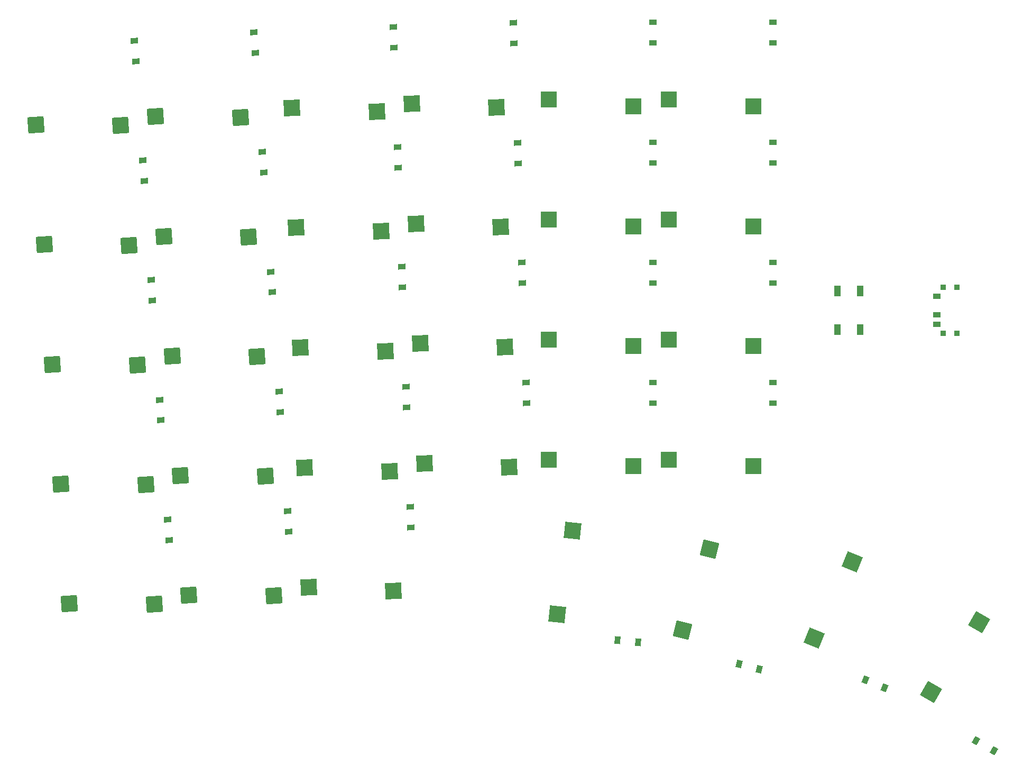
<source format=gbr>
%TF.GenerationSoftware,KiCad,Pcbnew,8.0.2*%
%TF.CreationDate,2024-06-23T16:01:54-05:00*%
%TF.ProjectId,janus,6a616e75-732e-46b6-9963-61645f706362,v1.0.0*%
%TF.SameCoordinates,Original*%
%TF.FileFunction,Paste,Bot*%
%TF.FilePolarity,Positive*%
%FSLAX46Y46*%
G04 Gerber Fmt 4.6, Leading zero omitted, Abs format (unit mm)*
G04 Created by KiCad (PCBNEW 8.0.2) date 2024-06-23 16:01:54*
%MOMM*%
%LPD*%
G01*
G04 APERTURE LIST*
G04 Aperture macros list*
%AMRotRect*
0 Rectangle, with rotation*
0 The origin of the aperture is its center*
0 $1 length*
0 $2 width*
0 $3 Rotation angle, in degrees counterclockwise*
0 Add horizontal line*
21,1,$1,$2,0,0,$3*%
G04 Aperture macros list end*
%ADD10R,1.250000X0.900000*%
%ADD11R,0.900000X0.900000*%
%ADD12R,1.100000X1.800000*%
%ADD13R,1.200000X0.900000*%
%ADD14RotRect,0.900000X1.200000X274.000000*%
%ADD15RotRect,0.900000X1.200000X158.000000*%
%ADD16RotRect,2.600000X2.600000X256.000000*%
%ADD17R,2.600000X2.600000*%
%ADD18RotRect,2.600000X2.600000X2.000000*%
%ADD19RotRect,2.600000X2.600000X4.000000*%
%ADD20RotRect,0.900000X1.200000X272.000000*%
%ADD21RotRect,2.600000X2.600000X240.000000*%
%ADD22RotRect,2.600000X2.600000X248.000000*%
%ADD23RotRect,2.600000X2.600000X264.000000*%
%ADD24RotRect,0.900000X1.200000X166.000000*%
%ADD25RotRect,0.900000X1.200000X174.000000*%
%ADD26RotRect,0.900000X1.200000X150.000000*%
G04 APERTURE END LIST*
D10*
%TO.C,T1*%
X181617705Y-115718174D03*
X181617705Y-114218174D03*
X181617705Y-111218174D03*
D11*
X182592712Y-117168175D03*
X184792706Y-117168173D03*
X182592704Y-109768175D03*
X184792698Y-109768173D03*
%TD*%
D12*
%TO.C,B1*%
X165642704Y-116568173D03*
X165642705Y-110368174D03*
X169342703Y-116568174D03*
X169342704Y-110368175D03*
%TD*%
D13*
%TO.C,D21*%
X136092692Y-109118175D03*
X136092692Y-105818175D03*
%TD*%
D14*
%TO.C,D8*%
X75122835Y-110595968D03*
X74892639Y-107304006D03*
%TD*%
D15*
%TO.C,D30*%
X170142988Y-172628327D03*
X173202694Y-173864529D03*
%TD*%
D13*
%TO.C,D22*%
X136092715Y-89918167D03*
X136092715Y-86618167D03*
%TD*%
D16*
%TO.C,S29*%
X140885698Y-164638691D03*
X145182550Y-151745203D03*
%TD*%
D17*
%TO.C,S26*%
X152167703Y-100018180D03*
X138617702Y-98968180D03*
%TD*%
D14*
%TO.C,D7*%
X76462156Y-129749190D03*
X76231960Y-126457228D03*
%TD*%
D18*
%TO.C,S12*%
X93906038Y-139218665D03*
X80327647Y-138642193D03*
%TD*%
D17*
%TO.C,S22*%
X132967708Y-100018175D03*
X119417707Y-98968175D03*
%TD*%
D13*
%TO.C,D24*%
X155292705Y-128318178D03*
X155292705Y-125018178D03*
%TD*%
D19*
%TO.C,S4*%
X52217442Y-103075453D03*
X38627204Y-102973212D03*
%TD*%
D14*
%TO.C,D10*%
X72444197Y-72289503D03*
X72214001Y-68997541D03*
%TD*%
D20*
%TO.C,D17*%
X115194872Y-109157386D03*
X115079704Y-105859396D03*
%TD*%
%TO.C,D13*%
X96006570Y-109827456D03*
X95891402Y-106529466D03*
%TD*%
D14*
%TO.C,D2*%
X57308930Y-131088519D03*
X57078734Y-127796557D03*
%TD*%
D20*
%TO.C,D12*%
X96676637Y-129015762D03*
X96561469Y-125717772D03*
%TD*%
D19*
%TO.C,S9*%
X71370663Y-101736118D03*
X57780425Y-101633877D03*
%TD*%
D13*
%TO.C,D23*%
X136092711Y-70718176D03*
X136092711Y-67418176D03*
%TD*%
D20*
%TO.C,D15*%
X94666435Y-71450853D03*
X94551267Y-68152863D03*
%TD*%
D21*
%TO.C,S31*%
X180673144Y-174583018D03*
X188357470Y-163373373D03*
%TD*%
D17*
%TO.C,S23*%
X132967693Y-80818181D03*
X119417692Y-79768181D03*
%TD*%
%TO.C,S21*%
X132967704Y-119218176D03*
X119417703Y-118168176D03*
%TD*%
D20*
%TO.C,D16*%
X115864936Y-128345687D03*
X115749768Y-125047697D03*
%TD*%
D22*
%TO.C,S30*%
X161949068Y-165947339D03*
X167998538Y-153777339D03*
%TD*%
D14*
%TO.C,D6*%
X77801488Y-148902436D03*
X77571292Y-145610474D03*
%TD*%
D19*
%TO.C,S6*%
X75388640Y-159195807D03*
X61798402Y-159093566D03*
%TD*%
D18*
%TO.C,S14*%
X92565887Y-100842056D03*
X78987496Y-100265584D03*
%TD*%
D17*
%TO.C,S20*%
X132967711Y-138418180D03*
X119417710Y-137368180D03*
%TD*%
D19*
%TO.C,S3*%
X53556757Y-122228667D03*
X39966519Y-122126426D03*
%TD*%
%TO.C,S8*%
X72709991Y-120889357D03*
X59119753Y-120787116D03*
%TD*%
%TO.C,S2*%
X54896084Y-141381908D03*
X41305846Y-141279667D03*
%TD*%
D13*
%TO.C,D20*%
X136092697Y-128318173D03*
X136092697Y-125018173D03*
%TD*%
D18*
%TO.C,S13*%
X93235969Y-120030369D03*
X79657578Y-119453897D03*
%TD*%
D23*
%TO.C,S28*%
X120760112Y-162109952D03*
X123220721Y-148743934D03*
%TD*%
D18*
%TO.C,S19*%
X111084125Y-80983680D03*
X97505734Y-80407208D03*
%TD*%
D19*
%TO.C,S7*%
X74049314Y-140042571D03*
X60459076Y-139940330D03*
%TD*%
D14*
%TO.C,D9*%
X73783522Y-91442738D03*
X73553326Y-88150776D03*
%TD*%
D13*
%TO.C,D27*%
X155292704Y-70718181D03*
X155292704Y-67418181D03*
%TD*%
D18*
%TO.C,S17*%
X112424268Y-119360290D03*
X98845877Y-118783818D03*
%TD*%
D19*
%TO.C,S10*%
X70031322Y-82582893D03*
X56441084Y-82480652D03*
%TD*%
D14*
%TO.C,D3*%
X55969595Y-111935291D03*
X55739399Y-108643329D03*
%TD*%
D13*
%TO.C,D26*%
X155292710Y-89918168D03*
X155292710Y-86618168D03*
%TD*%
D24*
%TO.C,D29*%
X149929682Y-170114282D03*
X153131658Y-170912624D03*
%TD*%
D17*
%TO.C,S27*%
X152167709Y-80818164D03*
X138617708Y-79768164D03*
%TD*%
D20*
%TO.C,D18*%
X114524807Y-89969073D03*
X114409639Y-86671083D03*
%TD*%
D19*
%TO.C,S5*%
X50878115Y-83922210D03*
X37287877Y-83819969D03*
%TD*%
D18*
%TO.C,S15*%
X91895824Y-81653745D03*
X78317433Y-81077273D03*
%TD*%
D14*
%TO.C,D5*%
X53290970Y-73628825D03*
X53060774Y-70336863D03*
%TD*%
%TO.C,D1*%
X58648258Y-150241745D03*
X58418062Y-146949783D03*
%TD*%
D20*
%TO.C,D11*%
X97346719Y-148204051D03*
X97231551Y-144906061D03*
%TD*%
%TO.C,D19*%
X113854744Y-70780780D03*
X113739576Y-67482790D03*
%TD*%
D25*
%TO.C,D28*%
X130478131Y-166273564D03*
X133760055Y-166618508D03*
%TD*%
D19*
%TO.C,S1*%
X56235414Y-160535139D03*
X42645176Y-160432898D03*
%TD*%
D13*
%TO.C,D25*%
X155292709Y-109118173D03*
X155292709Y-105818173D03*
%TD*%
D14*
%TO.C,D4*%
X54630279Y-92782052D03*
X54400083Y-89490090D03*
%TD*%
D17*
%TO.C,S25*%
X152167714Y-119218175D03*
X138617713Y-118168175D03*
%TD*%
D20*
%TO.C,D14*%
X95336509Y-90639150D03*
X95221341Y-87341160D03*
%TD*%
D26*
%TO.C,D31*%
X187857501Y-182339360D03*
X190715385Y-183989358D03*
%TD*%
D18*
%TO.C,S18*%
X111754199Y-100171998D03*
X98175808Y-99595526D03*
%TD*%
%TO.C,S16*%
X113094331Y-138548593D03*
X99515940Y-137972121D03*
%TD*%
%TO.C,S11*%
X94576105Y-158406969D03*
X80997714Y-157830497D03*
%TD*%
D17*
%TO.C,S24*%
X152167707Y-138418166D03*
X138617706Y-137368166D03*
%TD*%
M02*

</source>
